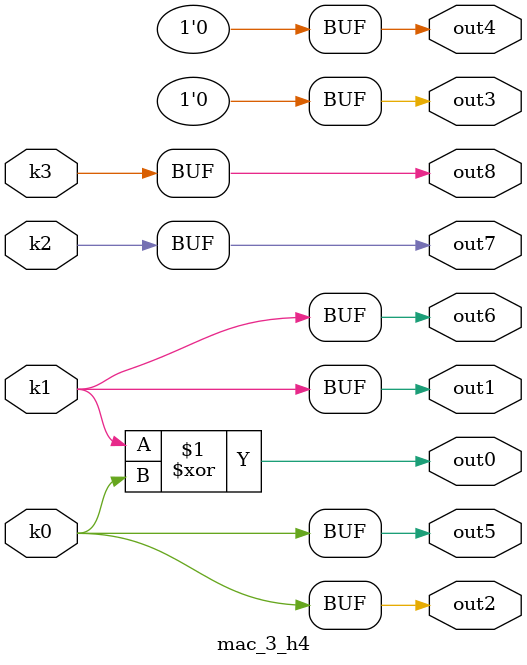
<source format=v>
module mac_3(pi0, pi1, pi2, pi3, pi4, pi5, pi6, pi7, pi8, po0, po1, po2, po3, po4, po5, po6, po7, po8);
input pi0, pi1, pi2, pi3, pi4, pi5, pi6, pi7, pi8;
output po0, po1, po2, po3, po4, po5, po6, po7, po8;
wire k0, k1, k2, k3;
mac_3_w4 DUT1 (pi0, pi1, pi2, pi3, pi4, pi5, pi6, pi7, pi8, k0, k1, k2, k3);
mac_3_h4 DUT2 (k0, k1, k2, k3, po0, po1, po2, po3, po4, po5, po6, po7, po8);
endmodule

module mac_3_w4(in8, in7, in6, in5, in4, in3, in2, in1, in0, k3, k2, k1, k0);
input in8, in7, in6, in5, in4, in3, in2, in1, in0;
output k3, k2, k1, k0;
assign k0 =   in3;
assign k1 =   in4;
assign k2 =   in7;
assign k3 =   in8;
endmodule

module mac_3_h4(k3, k2, k1, k0, out8, out7, out6, out5, out4, out3, out2, out1, out0);
input k3, k2, k1, k0;
output out8, out7, out6, out5, out4, out3, out2, out1, out0;
assign out0 = k1 ^ k0;
assign out1 = k1;
assign out2 = k0;
assign out3 = 0;
assign out4 = 0;
assign out5 = k0;
assign out6 = k1;
assign out7 = k2;
assign out8 = k3;
endmodule

</source>
